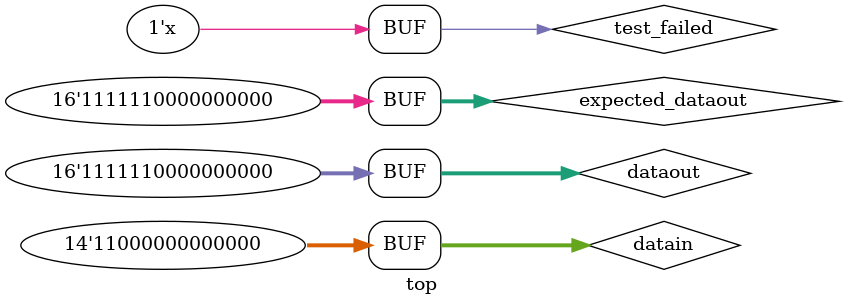
<source format=v>

module top (
	    );

reg signed [13:0] datain;
wire signed [15:0] dataout;

assign dataout = datain >>> 2;

reg test_failed;

initial
  begin
     test_failed = 0;
     #1 datain = 14'h0FFF;
     #1 datain = 14'h0000;
     #1 datain = 14'h1FFF;
     #1 datain = 14'h1000;
     #1 datain = 14'h2FFF;
     #1 datain = 14'h2000;
     #1 datain = 14'h3FFF;
     #1 datain = 14'h3000;
     #2;
     if (test_failed)
       $display("TEST FAILED :-(");
     else
       $display("TEST PASSED :-)");
  end

wire signed [15:0] expected_dataout;

assign expected_dataout = ($signed({datain[13:2], 2'b0}) / 4) ;

always @(dataout)
  if (expected_dataout != dataout)
    begin
       $display("datain = %d dataout = %h expected = %h ... CHECK FAILED", datain, dataout, expected_dataout);
       test_failed = 1;
    end
  else
    $display("datain = %d dataout = %d expected = %d ... CHECK PASSED", datain, dataout, expected_dataout);

endmodule // top

</source>
